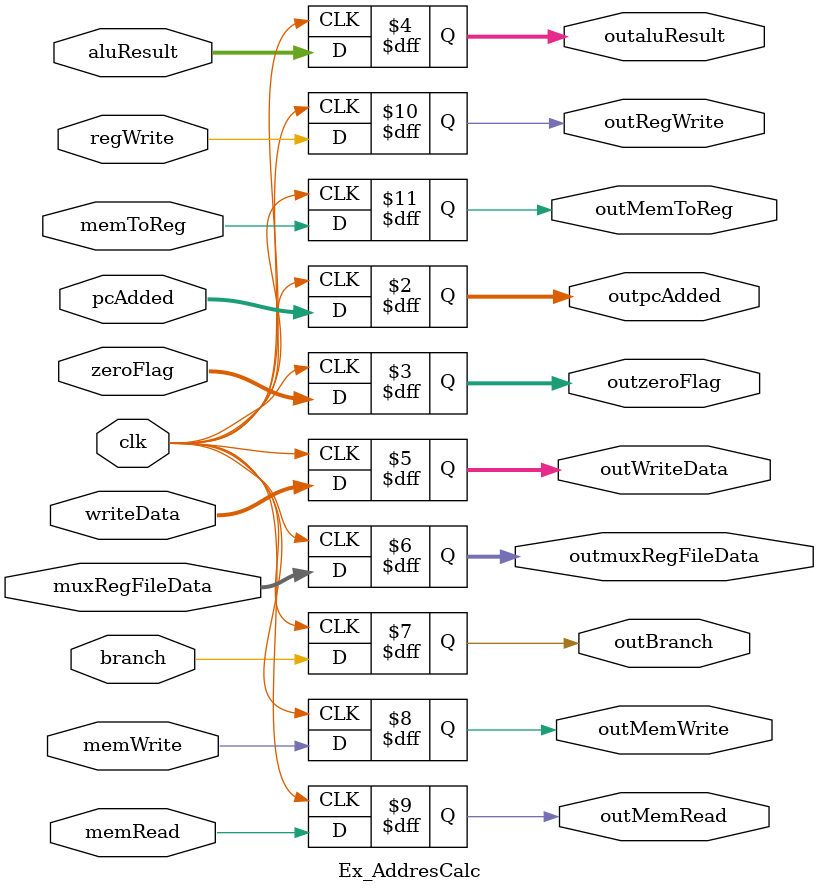
<source format=v>
`timescale 1ns/1ns
module Ex_AddresCalc (
    input clk,
    input [31:0] pcAdded,
    input [31:0] zeroFlag,//Obtenido directamente de ALU
    input [31:0] aluResult,//Obtenido directamente de ALU
    input [31:0] writeData,//Proveniente de banco de registros
    input [4:0] muxRegFileData, 
    input branch,// EX MEM- Obtenido de la unidad control
    input memWrite,// EX MEM- Obtenido de la unidad control
    input memRead,// EX MEM- Obtenido de la unidad control
    input regWrite,// WB - Obtenido de la unidad control
    input memToReg,// WB - Obtenido de la unidad control
    /* Las salidas estar�n relacionadas directamente a la entrada que esta contenida en su nombre */
    output reg [31:0] outpcAdded,
    output reg [31:0] outzeroFlag,
    output reg [31:0] outaluResult,
    output reg [31:0] outWriteData,
    output reg [4:0] outmuxRegFileData,
    /* Salidas de la unidad de control */
    output reg outBranch,
    output reg outMemWrite, 
    output reg outMemRead,
    output reg outRegWrite,
    output reg outMemToReg
);
    always @(posedge clk) begin
        outpcAdded = pcAdded;
        outzeroFlag = zeroFlag;
        outaluResult = aluResult;
        outWriteData = writeData;
        outmuxRegFileData = muxRegFileData;
        /* Salidas de la unidad de control */
        outBranch = branch;
        outMemWrite = memWrite;
        outMemRead = memRead;
        outRegWrite = regWrite;
        outMemToReg = memToReg;
    end

endmodule //Ex_AddresCalc

</source>
